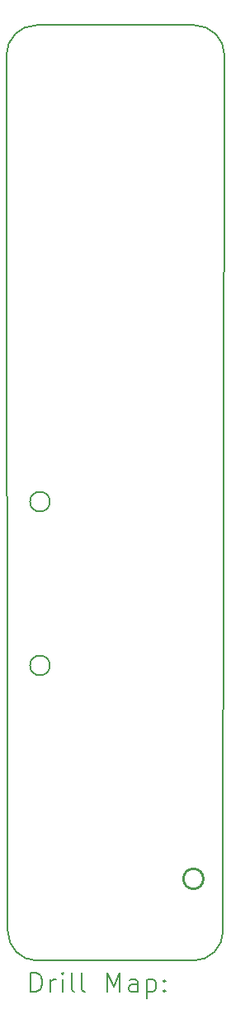
<source format=gbr>
%TF.GenerationSoftware,KiCad,Pcbnew,9.0.3*%
%TF.CreationDate,2025-09-26T00:40:57-04:00*%
%TF.ProjectId,Photon,50686f74-6f6e-42e6-9b69-6361645f7063,1.3*%
%TF.SameCoordinates,Original*%
%TF.FileFunction,Drillmap*%
%TF.FilePolarity,Positive*%
%FSLAX45Y45*%
G04 Gerber Fmt 4.5, Leading zero omitted, Abs format (unit mm)*
G04 Created by KiCad (PCBNEW 9.0.3) date 2025-09-26 00:40:57*
%MOMM*%
%LPD*%
G01*
G04 APERTURE LIST*
%ADD10C,0.200000*%
%ADD11C,0.250000*%
G04 APERTURE END LIST*
D10*
X4191000Y-11277600D02*
X4177926Y-2311400D01*
X4622800Y-6883400D02*
G75*
G02*
X4419600Y-6883400I-101600J0D01*
G01*
X4419600Y-6883400D02*
G75*
G02*
X4622800Y-6883400I101600J0D01*
G01*
X6109074Y-2006600D02*
G75*
G02*
X6413870Y-2311400I-4J-304800D01*
G01*
X6413870Y-2311400D02*
X6400800Y-11277600D01*
X6096000Y-11582400D02*
X4495800Y-11582400D01*
X4622800Y-8559800D02*
G75*
G02*
X4419600Y-8559800I-101600J0D01*
G01*
X4419600Y-8559800D02*
G75*
G02*
X4622800Y-8559800I101600J0D01*
G01*
X4177926Y-2311400D02*
G75*
G02*
X4482726Y-2006596I304804J0D01*
G01*
X6400800Y-11277600D02*
G75*
G02*
X6096000Y-11582400I-304800J0D01*
G01*
X4482726Y-2006600D02*
X6109074Y-2006600D01*
X4495800Y-11582400D02*
G75*
G02*
X4191000Y-11277600I0J304800D01*
G01*
D11*
X6198150Y-10744200D02*
G75*
G02*
X5993849Y-10744200I-102151J0D01*
G01*
X5993849Y-10744200D02*
G75*
G02*
X6198150Y-10744200I102151J0D01*
G01*
D10*
X4428703Y-11903884D02*
X4428703Y-11703884D01*
X4428703Y-11703884D02*
X4476322Y-11703884D01*
X4476322Y-11703884D02*
X4504893Y-11713408D01*
X4504893Y-11713408D02*
X4523941Y-11732455D01*
X4523941Y-11732455D02*
X4533465Y-11751503D01*
X4533465Y-11751503D02*
X4542989Y-11789598D01*
X4542989Y-11789598D02*
X4542989Y-11818169D01*
X4542989Y-11818169D02*
X4533465Y-11856265D01*
X4533465Y-11856265D02*
X4523941Y-11875312D01*
X4523941Y-11875312D02*
X4504893Y-11894360D01*
X4504893Y-11894360D02*
X4476322Y-11903884D01*
X4476322Y-11903884D02*
X4428703Y-11903884D01*
X4628703Y-11903884D02*
X4628703Y-11770550D01*
X4628703Y-11808646D02*
X4638227Y-11789598D01*
X4638227Y-11789598D02*
X4647751Y-11780074D01*
X4647751Y-11780074D02*
X4666798Y-11770550D01*
X4666798Y-11770550D02*
X4685846Y-11770550D01*
X4752512Y-11903884D02*
X4752512Y-11770550D01*
X4752512Y-11703884D02*
X4742989Y-11713408D01*
X4742989Y-11713408D02*
X4752512Y-11722931D01*
X4752512Y-11722931D02*
X4762036Y-11713408D01*
X4762036Y-11713408D02*
X4752512Y-11703884D01*
X4752512Y-11703884D02*
X4752512Y-11722931D01*
X4876322Y-11903884D02*
X4857274Y-11894360D01*
X4857274Y-11894360D02*
X4847751Y-11875312D01*
X4847751Y-11875312D02*
X4847751Y-11703884D01*
X4981084Y-11903884D02*
X4962036Y-11894360D01*
X4962036Y-11894360D02*
X4952512Y-11875312D01*
X4952512Y-11875312D02*
X4952512Y-11703884D01*
X5209655Y-11903884D02*
X5209655Y-11703884D01*
X5209655Y-11703884D02*
X5276322Y-11846741D01*
X5276322Y-11846741D02*
X5342989Y-11703884D01*
X5342989Y-11703884D02*
X5342989Y-11903884D01*
X5523941Y-11903884D02*
X5523941Y-11799122D01*
X5523941Y-11799122D02*
X5514417Y-11780074D01*
X5514417Y-11780074D02*
X5495370Y-11770550D01*
X5495370Y-11770550D02*
X5457274Y-11770550D01*
X5457274Y-11770550D02*
X5438227Y-11780074D01*
X5523941Y-11894360D02*
X5504893Y-11903884D01*
X5504893Y-11903884D02*
X5457274Y-11903884D01*
X5457274Y-11903884D02*
X5438227Y-11894360D01*
X5438227Y-11894360D02*
X5428703Y-11875312D01*
X5428703Y-11875312D02*
X5428703Y-11856265D01*
X5428703Y-11856265D02*
X5438227Y-11837217D01*
X5438227Y-11837217D02*
X5457274Y-11827693D01*
X5457274Y-11827693D02*
X5504893Y-11827693D01*
X5504893Y-11827693D02*
X5523941Y-11818169D01*
X5619179Y-11770550D02*
X5619179Y-11970550D01*
X5619179Y-11780074D02*
X5638227Y-11770550D01*
X5638227Y-11770550D02*
X5676322Y-11770550D01*
X5676322Y-11770550D02*
X5695370Y-11780074D01*
X5695370Y-11780074D02*
X5704893Y-11789598D01*
X5704893Y-11789598D02*
X5714417Y-11808646D01*
X5714417Y-11808646D02*
X5714417Y-11865788D01*
X5714417Y-11865788D02*
X5704893Y-11884836D01*
X5704893Y-11884836D02*
X5695370Y-11894360D01*
X5695370Y-11894360D02*
X5676322Y-11903884D01*
X5676322Y-11903884D02*
X5638227Y-11903884D01*
X5638227Y-11903884D02*
X5619179Y-11894360D01*
X5800131Y-11884836D02*
X5809655Y-11894360D01*
X5809655Y-11894360D02*
X5800131Y-11903884D01*
X5800131Y-11903884D02*
X5790608Y-11894360D01*
X5790608Y-11894360D02*
X5800131Y-11884836D01*
X5800131Y-11884836D02*
X5800131Y-11903884D01*
X5800131Y-11780074D02*
X5809655Y-11789598D01*
X5809655Y-11789598D02*
X5800131Y-11799122D01*
X5800131Y-11799122D02*
X5790608Y-11789598D01*
X5790608Y-11789598D02*
X5800131Y-11780074D01*
X5800131Y-11780074D02*
X5800131Y-11799122D01*
M02*

</source>
